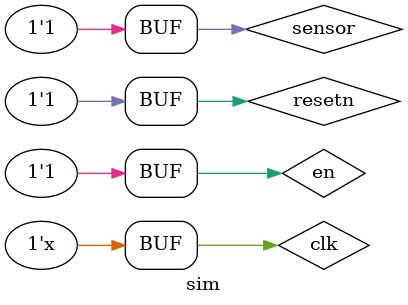
<source format=sv>
module sim (
    
);

    logic clk, resetn;
    always #1 clk = ~clk;

    initial begin
        clk = '0;
        resetn = '0;
        #6 resetn = '1;
    end

    logic en;
    logic [3:0] second_h, second_l, minute_h, minute_l, houre_h, houre_l;

    logic sensor;
    logic [1:0] red, yellow, green;

    lab6 lab6_mod(.clk, .resetn, .en, .raw_segs({houre_h, houre_l, minute_h, minute_l, second_h, second_l}), .sensor, .red, .yellow, .green);
    
    initial begin
        en = '1;
        sensor = '1;
        #132 sensor = '0;
        #28 sensor = '1;
        #100 en = '0;
        #120 en = '1;
    end

endmodule

</source>
